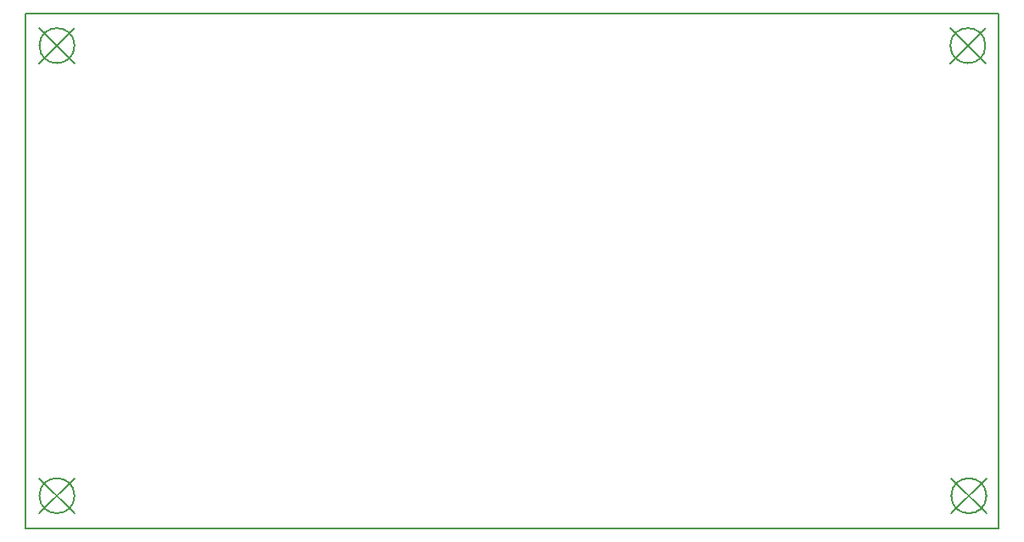
<source format=gbr>
G04 #@! TF.FileFunction,Profile,NP*
%FSLAX46Y46*%
G04 Gerber Fmt 4.6, Leading zero omitted, Abs format (unit mm)*
G04 Created by KiCad (PCBNEW 4.0.7) date 03/30/18 11:02:30*
%MOMM*%
%LPD*%
G01*
G04 APERTURE LIST*
%ADD10C,0.100000*%
%ADD11C,0.150000*%
G04 APERTURE END LIST*
D10*
D11*
X109702646Y-119926100D02*
G75*
G03X109702646Y-119926100I-1752646J0D01*
G01*
X200710984Y-119938800D02*
G75*
G03X200710984Y-119938800I-1752784J0D01*
G01*
X109703014Y-74930000D02*
G75*
G03X109703014Y-74930000I-1753014J0D01*
G01*
X200609200Y-74930000D02*
G75*
G03X200609200Y-74930000I-1752600J0D01*
G01*
X200611686Y-74930000D02*
G75*
G03X200611686Y-74930000I-1750000J0D01*
G01*
X197111686Y-73180000D02*
X200611686Y-76680000D01*
X197111686Y-76680000D02*
X200611686Y-73180000D01*
X104775000Y-123190000D02*
X104775000Y-71755000D01*
X201930000Y-123190000D02*
X104775000Y-123190000D01*
X201930000Y-71755000D02*
X201930000Y-123190000D01*
X104775000Y-71755000D02*
X201930000Y-71755000D01*
X200700000Y-119930000D02*
G75*
G03X200700000Y-119930000I-1750000J0D01*
G01*
X197200000Y-118180000D02*
X200700000Y-121680000D01*
X197200000Y-121680000D02*
X200700000Y-118180000D01*
X109700000Y-74930000D02*
G75*
G03X109700000Y-74930000I-1750000J0D01*
G01*
X106200000Y-73180000D02*
X109700000Y-76680000D01*
X106200000Y-76680000D02*
X109700000Y-73180000D01*
X109700000Y-119930000D02*
G75*
G03X109700000Y-119930000I-1750000J0D01*
G01*
X106200000Y-118180000D02*
X109700000Y-121680000D01*
X106200000Y-121680000D02*
X109700000Y-118180000D01*
M02*

</source>
